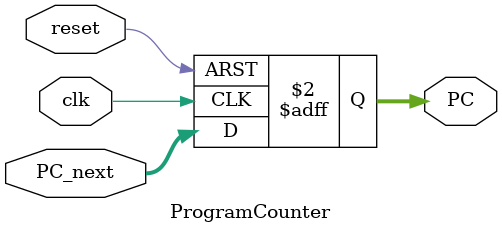
<source format=v>
module ProgramCounter(
    input clk,
    input reset,
    input [31:0] PC_next,
    output reg [31:0] PC
);

always @(posedge clk or posedge reset) begin
  if(reset) PC <= 32'b0;
  else PC <= PC_next;

  $display("PC updated PC=%h, PC_next =%h", PC , PC_next);
end
endmodule
</source>
